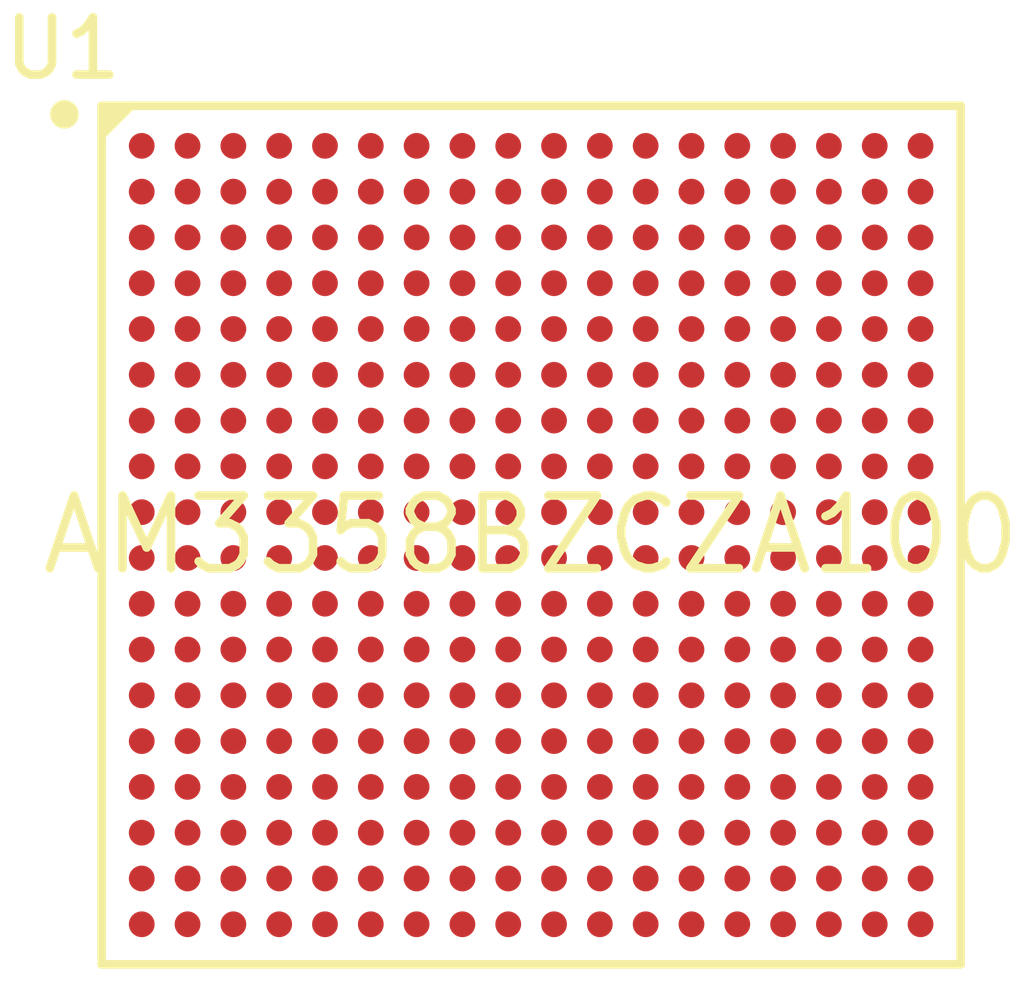
<source format=kicad_pcb>
(kicad_pcb (version 20211014) (generator pcbnew)
  (title_block (title "Mirror Mirror Off the Wall"))
  (layers (0 "F.Cu" signal) (31 "B.Cu" signal) (34 "B.Paste" user) (35 "F.Paste" user) (36 "B.SilkS" user "B.Silkscreen") (37 "F.SilkS" user "F.Silkscreen") (38 "B.Mask" user) (39 "F.Mask" user) (44 "Edge.Cuts" user))
  (net 0 "")
  (footprint "eec:Texas_Instruments-AM3358BZCZA100-Manufacturer_Recommended" (layer "F.Cu") (at 147.32 91.44)
    (fp_text reference "U1" (at -9.275 -8.499998) (layer "F.SilkS") (effects (justify left)))
    (fp_text value "AM3358BZCZA100" (at 0 0) (layer "F.SilkS") (effects (font (size 1.27 1.27))))
    (fp_line (start -7.5 7.5) (end -7.5 -7.5) (layer "F.SilkS") (width 0.15))
    (fp_line (start -7.5 -6.983882) (end -6.983882 -7.5) (layer "F.SilkS") (width 0.15))
    (fp_line (start -7.5 7.5) (end 7.5 7.5) (layer "F.SilkS") (width 0.15))
    (fp_line (start 7.5 7.5) (end 7.5 -7.5) (layer "F.SilkS") (width 0.15))
    (fp_line (start -7.5 -7.5) (end 7.5 -7.5) (layer "F.SilkS") (width 0.15))
    (fp_circle (center -8.149999 -7.349998) (end -8.024998 -7.349998) (layer "F.SilkS") (width 0.249999) (fill none))
    (fp_poly (pts (xy -6.983882 -7.5) (xy -7.5 -6.983882) (xy -7.5 -7.5)) (layer "F.SilkS") (width 0) (fill solid))
    (pad "A1" smd circle locked (at -6.799999 -6.799999) (size 0.449998 0.449998) (layers "F.Cu" "F.Paste" "F.Mask"))
    (pad "A2" smd circle locked (at -5.999998 -6.799999) (size 0.449998 0.449998) (layers "F.Cu" "F.Paste" "F.Mask"))
    (pad "A3" smd circle locked (at -5.2 -6.799999) (size 0.449998 0.449998) (layers "F.Cu" "F.Paste" "F.Mask"))
    (pad "A4" smd circle locked (at -4.399999 -6.799999) (size 0.449998 0.449998) (layers "F.Cu" "F.Paste" "F.Mask"))
    (pad "A5" smd circle locked (at -3.599998 -6.799999) (size 0.449998 0.449998) (layers "F.Cu" "F.Paste" "F.Mask"))
    (pad "A6" smd circle locked (at -2.799999 -6.799999) (size 0.449998 0.449998) (layers "F.Cu" "F.Paste" "F.Mask"))
    (pad "A7" smd circle locked (at -1.999999 -6.799999) (size 0.449998 0.449998) (layers "F.Cu" "F.Paste" "F.Mask"))
    (pad "A8" smd circle locked (at -1.2 -6.799999) (size 0.449998 0.449998) (layers "F.Cu" "F.Paste" "F.Mask"))
    (pad "A9" smd circle locked (at -0.399999 -6.799999) (size 0.449998 0.449998) (layers "F.Cu" "F.Paste" "F.Mask"))
    (pad "A10" smd circle locked (at 0.400002 -6.799999) (size 0.449998 0.449998) (layers "F.Cu" "F.Paste" "F.Mask"))
    (pad "A11" smd circle locked (at 1.2 -6.799999) (size 0.449998 0.449998) (layers "F.Cu" "F.Paste" "F.Mask"))
    (pad "A12" smd circle locked (at 2.000001 -6.799999) (size 0.449998 0.449998) (layers "F.Cu" "F.Paste" "F.Mask"))
    (pad "A13" smd circle locked (at 2.800002 -6.799999) (size 0.449998 0.449998) (layers "F.Cu" "F.Paste" "F.Mask"))
    (pad "A14" smd circle locked (at 3.6 -6.799999) (size 0.449998 0.449998) (layers "F.Cu" "F.Paste" "F.Mask"))
    (pad "A15" smd circle locked (at 4.400001 -6.799999) (size 0.449998 0.449998) (layers "F.Cu" "F.Paste" "F.Mask"))
    (pad "A16" smd circle locked (at 5.2 -6.799999) (size 0.449998 0.449998) (layers "F.Cu" "F.Paste" "F.Mask"))
    (pad "A17" smd circle locked (at 6.000001 -6.799999) (size 0.449998 0.449998) (layers "F.Cu" "F.Paste" "F.Mask"))
    (pad "A18" smd circle locked (at 6.800002 -6.799999) (size 0.449998 0.449998) (layers "F.Cu" "F.Paste" "F.Mask"))
    (pad "B1" smd circle locked (at -6.799999 -5.999998) (size 0.449998 0.449998) (layers "F.Cu" "F.Paste" "F.Mask"))
    (pad "B2" smd circle locked (at -5.999998 -5.999998) (size 0.449998 0.449998) (layers "F.Cu" "F.Paste" "F.Mask"))
    (pad "B3" smd circle locked (at -5.2 -5.999998) (size 0.449998 0.449998) (layers "F.Cu" "F.Paste" "F.Mask"))
    (pad "B4" smd circle locked (at -4.399999 -5.999998) (size 0.449998 0.449998) (layers "F.Cu" "F.Paste" "F.Mask"))
    (pad "B5" smd circle locked (at -3.599998 -5.999998) (size 0.449998 0.449998) (layers "F.Cu" "F.Paste" "F.Mask"))
    (pad "B6" smd circle locked (at -2.799999 -5.999998) (size 0.449998 0.449998) (layers "F.Cu" "F.Paste" "F.Mask"))
    (pad "B7" smd circle locked (at -1.999999 -5.999998) (size 0.449998 0.449998) (layers "F.Cu" "F.Paste" "F.Mask"))
    (pad "B8" smd circle locked (at -1.2 -5.999998) (size 0.449998 0.449998) (layers "F.Cu" "F.Paste" "F.Mask"))
    (pad "B9" smd circle locked (at -0.399999 -5.999998) (size 0.449998 0.449998) (layers "F.Cu" "F.Paste" "F.Mask"))
    (pad "B10" smd circle locked (at 0.400002 -5.999998) (size 0.449998 0.449998) (layers "F.Cu" "F.Paste" "F.Mask"))
    (pad "B11" smd circle locked (at 1.2 -5.999998) (size 0.449998 0.449998) (layers "F.Cu" "F.Paste" "F.Mask"))
    (pad "B12" smd circle locked (at 2.000001 -5.999998) (size 0.449998 0.449998) (layers "F.Cu" "F.Paste" "F.Mask"))
    (pad "B13" smd circle locked (at 2.800002 -5.999998) (size 0.449998 0.449998) (layers "F.Cu" "F.Paste" "F.Mask"))
    (pad "B14" smd circle locked (at 3.6 -5.999998) (size 0.449998 0.449998) (layers "F.Cu" "F.Paste" "F.Mask"))
    (pad "B15" smd circle locked (at 4.400001 -5.999998) (size 0.449998 0.449998) (layers "F.Cu" "F.Paste" "F.Mask"))
    (pad "B16" smd circle locked (at 5.2 -5.999998) (size 0.449998 0.449998) (layers "F.Cu" "F.Paste" "F.Mask"))
    (pad "B17" smd circle locked (at 6.000001 -5.999998) (size 0.449998 0.449998) (layers "F.Cu" "F.Paste" "F.Mask"))
    (pad "B18" smd circle locked (at 6.800002 -5.999998) (size 0.449998 0.449998) (layers "F.Cu" "F.Paste" "F.Mask"))
    (pad "C1" smd circle locked (at -6.799999 -5.2) (size 0.449998 0.449998) (layers "F.Cu" "F.Paste" "F.Mask"))
    (pad "C2" smd circle locked (at -5.999998 -5.2) (size 0.449998 0.449998) (layers "F.Cu" "F.Paste" "F.Mask"))
    (pad "C3" smd circle locked (at -5.2 -5.2) (size 0.449998 0.449998) (layers "F.Cu" "F.Paste" "F.Mask"))
    (pad "C4" smd circle locked (at -4.399999 -5.2) (size 0.449998 0.449998) (layers "F.Cu" "F.Paste" "F.Mask"))
    (pad "C5" smd circle locked (at -3.599998 -5.2) (size 0.449998 0.449998) (layers "F.Cu" "F.Paste" "F.Mask"))
    (pad "C6" smd circle locked (at -2.799999 -5.2) (size 0.449998 0.449998) (layers "F.Cu" "F.Paste" "F.Mask"))
    (pad "C7" smd circle locked (at -1.999999 -5.2) (size 0.449998 0.449998) (layers "F.Cu" "F.Paste" "F.Mask"))
    (pad "C8" smd circle locked (at -1.2 -5.2) (size 0.449998 0.449998) (layers "F.Cu" "F.Paste" "F.Mask"))
    (pad "C9" smd circle locked (at -0.399999 -5.2) (size 0.449998 0.449998) (layers "F.Cu" "F.Paste" "F.Mask"))
    (pad "C10" smd circle locked (at 0.400002 -5.2) (size 0.449998 0.449998) (layers "F.Cu" "F.Paste" "F.Mask"))
    (pad "C11" smd circle locked (at 1.2 -5.2) (size 0.449998 0.449998) (layers "F.Cu" "F.Paste" "F.Mask"))
    (pad "C12" smd circle locked (at 2.000001 -5.2) (size 0.449998 0.449998) (layers "F.Cu" "F.Paste" "F.Mask"))
    (pad "C13" smd circle locked (at 2.800002 -5.2) (size 0.449998 0.449998) (layers "F.Cu" "F.Paste" "F.Mask"))
    (pad "C14" smd circle locked (at 3.6 -5.2) (size 0.449998 0.449998) (layers "F.Cu" "F.Paste" "F.Mask"))
    (pad "C15" smd circle locked (at 4.400001 -5.2) (size 0.449998 0.449998) (layers "F.Cu" "F.Paste" "F.Mask"))
    (pad "C16" smd circle locked (at 5.2 -5.2) (size 0.449998 0.449998) (layers "F.Cu" "F.Paste" "F.Mask"))
    (pad "C17" smd circle locked (at 6.000001 -5.2) (size 0.449998 0.449998) (layers "F.Cu" "F.Paste" "F.Mask"))
    (pad "C18" smd circle locked (at 6.800002 -5.2) (size 0.449998 0.449998) (layers "F.Cu" "F.Paste" "F.Mask"))
    (pad "D1" smd circle locked (at -6.799999 -4.399999) (size 0.449998 0.449998) (layers "F.Cu" "F.Paste" "F.Mask"))
    (pad "D2" smd circle locked (at -5.999998 -4.399999) (size 0.449998 0.449998) (layers "F.Cu" "F.Paste" "F.Mask"))
    (pad "D3" smd circle locked (at -5.2 -4.399999) (size 0.449998 0.449998) (layers "F.Cu" "F.Paste" "F.Mask"))
    (pad "D4" smd circle locked (at -4.399999 -4.399999) (size 0.449998 0.449998) (layers "F.Cu" "F.Paste" "F.Mask"))
    (pad "D5" smd circle locked (at -3.599998 -4.399999) (size 0.449998 0.449998) (layers "F.Cu" "F.Paste" "F.Mask"))
    (pad "D6" smd circle locked (at -2.799999 -4.399999) (size 0.449998 0.449998) (layers "F.Cu" "F.Paste" "F.Mask"))
    (pad "D7" smd circle locked (at -1.999999 -4.399999) (size 0.449998 0.449998) (layers "F.Cu" "F.Paste" "F.Mask"))
    (pad "D8" smd circle locked (at -1.2 -4.399999) (size 0.449998 0.449998) (layers "F.Cu" "F.Paste" "F.Mask"))
    (pad "D9" smd circle locked (at -0.399999 -4.399999) (size 0.449998 0.449998) (layers "F.Cu" "F.Paste" "F.Mask"))
    (pad "D10" smd circle locked (at 0.400002 -4.399999) (size 0.449998 0.449998) (layers "F.Cu" "F.Paste" "F.Mask"))
    (pad "D11" smd circle locked (at 1.2 -4.399999) (size 0.449998 0.449998) (layers "F.Cu" "F.Paste" "F.Mask"))
    (pad "D12" smd circle locked (at 2.000001 -4.399999) (size 0.449998 0.449998) (layers "F.Cu" "F.Paste" "F.Mask"))
    (pad "D13" smd circle locked (at 2.800002 -4.399999) (size 0.449998 0.449998) (layers "F.Cu" "F.Paste" "F.Mask"))
    (pad "D14" smd circle locked (at 3.6 -4.399999) (size 0.449998 0.449998) (layers "F.Cu" "F.Paste" "F.Mask"))
    (pad "D15" smd circle locked (at 4.400001 -4.399999) (size 0.449998 0.449998) (layers "F.Cu" "F.Paste" "F.Mask"))
    (pad "D16" smd circle locked (at 5.2 -4.399999) (size 0.449998 0.449998) (layers "F.Cu" "F.Paste" "F.Mask"))
    (pad "D17" smd circle locked (at 6.000001 -4.399999) (size 0.449998 0.449998) (layers "F.Cu" "F.Paste" "F.Mask"))
    (pad "D18" smd circle locked (at 6.800002 -4.399999) (size 0.449998 0.449998) (layers "F.Cu" "F.Paste" "F.Mask"))
    (pad "E1" smd circle locked (at -6.799999 -3.599998) (size 0.449998 0.449998) (layers "F.Cu" "F.Paste" "F.Mask"))
    (pad "E2" smd circle locked (at -5.999998 -3.599998) (size 0.449998 0.449998) (layers "F.Cu" "F.Paste" "F.Mask"))
    (pad "E3" smd circle locked (at -5.2 -3.599998) (size 0.449998 0.449998) (layers "F.Cu" "F.Paste" "F.Mask"))
    (pad "E4" smd circle locked (at -4.399999 -3.599998) (size 0.449998 0.449998) (layers "F.Cu" "F.Paste" "F.Mask"))
    (pad "E5" smd circle locked (at -3.599998 -3.599998) (size 0.449998 0.449998) (layers "F.Cu" "F.Paste" "F.Mask"))
    (pad "E6" smd circle locked (at -2.799999 -3.599998) (size 0.449998 0.449998) (layers "F.Cu" "F.Paste" "F.Mask"))
    (pad "E7" smd circle locked (at -1.999999 -3.599998) (size 0.449998 0.449998) (layers "F.Cu" "F.Paste" "F.Mask"))
    (pad "E8" smd circle locked (at -1.2 -3.599998) (size 0.449998 0.449998) (layers "F.Cu" "F.Paste" "F.Mask"))
    (pad "E9" smd circle locked (at -0.399999 -3.599998) (size 0.449998 0.449998) (layers "F.Cu" "F.Paste" "F.Mask"))
    (pad "E10" smd circle locked (at 0.400002 -3.599998) (size 0.449998 0.449998) (layers "F.Cu" "F.Paste" "F.Mask"))
    (pad "E11" smd circle locked (at 1.2 -3.599998) (size 0.449998 0.449998) (layers "F.Cu" "F.Paste" "F.Mask"))
    (pad "E12" smd circle locked (at 2.000001 -3.599998) (size 0.449998 0.449998) (layers "F.Cu" "F.Paste" "F.Mask"))
    (pad "E13" smd circle locked (at 2.800002 -3.599998) (size 0.449998 0.449998) (layers "F.Cu" "F.Paste" "F.Mask"))
    (pad "E14" smd circle locked (at 3.6 -3.599998) (size 0.449998 0.449998) (layers "F.Cu" "F.Paste" "F.Mask"))
    (pad "E15" smd circle locked (at 4.400001 -3.599998) (size 0.449998 0.449998) (layers "F.Cu" "F.Paste" "F.Mask"))
    (pad "E16" smd circle locked (at 5.2 -3.599998) (size 0.449998 0.449998) (layers "F.Cu" "F.Paste" "F.Mask"))
    (pad "E17" smd circle locked (at 6.000001 -3.599998) (size 0.449998 0.449998) (layers "F.Cu" "F.Paste" "F.Mask"))
    (pad "E18" smd circle locked (at 6.800002 -3.599998) (size 0.449998 0.449998) (layers "F.Cu" "F.Paste" "F.Mask"))
    (pad "F1" smd circle locked (at -6.799999 -2.799999) (size 0.449998 0.449998) (layers "F.Cu" "F.Paste" "F.Mask"))
    (pad "F2" smd circle locked (at -5.999998 -2.799999) (size 0.449998 0.449998) (layers "F.Cu" "F.Paste" "F.Mask"))
    (pad "F3" smd circle locked (at -5.2 -2.799999) (size 0.449998 0.449998) (layers "F.Cu" "F.Paste" "F.Mask"))
    (pad "F4" smd circle locked (at -4.399999 -2.799999) (size 0.449998 0.449998) (layers "F.Cu" "F.Paste" "F.Mask"))
    (pad "F5" smd circle locked (at -3.599998 -2.799999) (size 0.449998 0.449998) (layers "F.Cu" "F.Paste" "F.Mask"))
    (pad "F6" smd circle locked (at -2.799999 -2.799999) (size 0.449998 0.449998) (layers "F.Cu" "F.Paste" "F.Mask"))
    (pad "F7" smd circle locked (at -1.999999 -2.799999) (size 0.449998 0.449998) (layers "F.Cu" "F.Paste" "F.Mask"))
    (pad "F8" smd circle locked (at -1.2 -2.799999) (size 0.449998 0.449998) (layers "F.Cu" "F.Paste" "F.Mask"))
    (pad "F9" smd circle locked (at -0.399999 -2.799999) (size 0.449998 0.449998) (layers "F.Cu" "F.Paste" "F.Mask"))
    (pad "F10" smd circle locked (at 0.400002 -2.799999) (size 0.449998 0.449998) (layers "F.Cu" "F.Paste" "F.Mask"))
    (pad "F11" smd circle locked (at 1.2 -2.799999) (size 0.449998 0.449998) (layers "F.Cu" "F.Paste" "F.Mask"))
    (pad "F12" smd circle locked (at 2.000001 -2.799999) (size 0.449998 0.449998) (layers "F.Cu" "F.Paste" "F.Mask"))
    (pad "F13" smd circle locked (at 2.800002 -2.799999) (size 0.449998 0.449998) (layers "F.Cu" "F.Paste" "F.Mask"))
    (pad "F14" smd circle locked (at 3.6 -2.799999) (size 0.449998 0.449998) (layers "F.Cu" "F.Paste" "F.Mask"))
    (pad "F15" smd circle locked (at 4.400001 -2.799999) (size 0.449998 0.449998) (layers "F.Cu" "F.Paste" "F.Mask"))
    (pad "F16" smd circle locked (at 5.2 -2.799999) (size 0.449998 0.449998) (layers "F.Cu" "F.Paste" "F.Mask"))
    (pad "F17" smd circle locked (at 6.000001 -2.799999) (size 0.449998 0.449998) (layers "F.Cu" "F.Paste" "F.Mask"))
    (pad "F18" smd circle locked (at 6.800002 -2.799999) (size 0.449998 0.449998) (layers "F.Cu" "F.Paste" "F.Mask"))
    (pad "G1" smd circle locked (at -6.799999 -1.999999) (size 0.449998 0.449998) (layers "F.Cu" "F.Paste" "F.Mask"))
    (pad "G2" smd circle locked (at -5.999998 -1.999999) (size 0.449998 0.449998) (layers "F.Cu" "F.Paste" "F.Mask"))
    (pad "G3" smd circle locked (at -5.2 -1.999999) (size 0.449998 0.449998) (layers "F.Cu" "F.Paste" "F.Mask"))
    (pad "G4" smd circle locked (at -4.399999 -1.999999) (size 0.449998 0.449998) (layers "F.Cu" "F.Paste" "F.Mask"))
    (pad "G5" smd circle locked (at -3.599998 -1.999999) (size 0.449998 0.449998) (layers "F.Cu" "F.Paste" "F.Mask"))
    (pad "G6" smd circle locked (at -2.799999 -1.999999) (size 0.449998 0.449998) (layers "F.Cu" "F.Paste" "F.Mask"))
    (pad "G7" smd circle locked (at -1.999999 -1.999999) (size 0.449998 0.449998) (layers "F.Cu" "F.Paste" "F.Mask"))
    (pad "G8" smd circle locked (at -1.2 -1.999999) (size 0.449998 0.449998) (layers "F.Cu" "F.Paste" "F.Mask"))
    (pad "G9" smd circle locked (at -0.399999 -1.999999) (size 0.449998 0.449998) (layers "F.Cu" "F.Paste" "F.Mask"))
    (pad "G10" smd circle locked (at 0.400002 -1.999999) (size 0.449998 0.449998) (layers "F.Cu" "F.Paste" "F.Mask"))
    (pad "G11" smd circle locked (at 1.2 -1.999999) (size 0.449998 0.449998) (layers "F.Cu" "F.Paste" "F.Mask"))
    (pad "G12" smd circle locked (at 2.000001 -1.999999) (size 0.449998 0.449998) (layers "F.Cu" "F.Paste" "F.Mask"))
    (pad "G13" smd circle locked (at 2.800002 -1.999999) (size 0.449998 0.449998) (layers "F.Cu" "F.Paste" "F.Mask"))
    (pad "G14" smd circle locked (at 3.6 -1.999999) (size 0.449998 0.449998) (layers "F.Cu" "F.Paste" "F.Mask"))
    (pad "G15" smd circle locked (at 4.400001 -1.999999) (size 0.449998 0.449998) (layers "F.Cu" "F.Paste" "F.Mask"))
    (pad "G16" smd circle locked (at 5.2 -1.999999) (size 0.449998 0.449998) (layers "F.Cu" "F.Paste" "F.Mask"))
    (pad "G17" smd circle locked (at 6.000001 -1.999999) (size 0.449998 0.449998) (layers "F.Cu" "F.Paste" "F.Mask"))
    (pad "G18" smd circle locked (at 6.800002 -1.999999) (size 0.449998 0.449998) (layers "F.Cu" "F.Paste" "F.Mask"))
    (pad "H1" smd circle locked (at -6.799999 -1.2) (size 0.449998 0.449998) (layers "F.Cu" "F.Paste" "F.Mask"))
    (pad "H2" smd circle locked (at -5.999998 -1.2) (size 0.449998 0.449998) (layers "F.Cu" "F.Paste" "F.Mask"))
    (pad "H3" smd circle locked (at -5.2 -1.2) (size 0.449998 0.449998) (layers "F.Cu" "F.Paste" "F.Mask"))
    (pad "H4" smd circle locked (at -4.399999 -1.2) (size 0.449998 0.449998) (layers "F.Cu" "F.Paste" "F.Mask"))
    (pad "H5" smd circle locked (at -3.599998 -1.2) (size 0.449998 0.449998) (layers "F.Cu" "F.Paste" "F.Mask"))
    (pad "H6" smd circle locked (at -2.799999 -1.2) (size 0.449998 0.449998) (layers "F.Cu" "F.Paste" "F.Mask"))
    (pad "H7" smd circle locked (at -1.999999 -1.2) (size 0.449998 0.449998) (layers "F.Cu" "F.Paste" "F.Mask"))
    (pad "H8" smd circle locked (at -1.2 -1.2) (size 0.449998 0.449998) (layers "F.Cu" "F.Paste" "F.Mask"))
    (pad "H9" smd circle locked (at -0.399999 -1.2) (size 0.449998 0.449998) (layers "F.Cu" "F.Paste" "F.Mask"))
    (pad "H10" smd circle locked (at 0.400002 -1.2) (size 0.449998 0.449998) (layers "F.Cu" "F.Paste" "F.Mask"))
    (pad "H11" smd circle locked (at 1.2 -1.2) (size 0.449998 0.449998) (layers "F.Cu" "F.Paste" "F.Mask"))
    (pad "H12" smd circle locked (at 2.000001 -1.2) (size 0.449998 0.449998) (layers "F.Cu" "F.Paste" "F.Mask"))
    (pad "H13" smd circle locked (at 2.800002 -1.2) (size 0.449998 0.449998) (layers "F.Cu" "F.Paste" "F.Mask"))
    (pad "H14" smd circle locked (at 3.6 -1.2) (size 0.449998 0.449998) (layers "F.Cu" "F.Paste" "F.Mask"))
    (pad "H15" smd circle locked (at 4.400001 -1.2) (size 0.449998 0.449998) (layers "F.Cu" "F.Paste" "F.Mask"))
    (pad "H16" smd circle locked (at 5.2 -1.2) (size 0.449998 0.449998) (layers "F.Cu" "F.Paste" "F.Mask"))
    (pad "H17" smd circle locked (at 6.000001 -1.2) (size 0.449998 0.449998) (layers "F.Cu" "F.Paste" "F.Mask"))
    (pad "H18" smd circle locked (at 6.800002 -1.2) (size 0.449998 0.449998) (layers "F.Cu" "F.Paste" "F.Mask"))
    (pad "J1" smd circle locked (at -6.799999 -0.399999) (size 0.449998 0.449998) (layers "F.Cu" "F.Paste" "F.Mask"))
    (pad "J2" smd circle locked (at -5.999998 -0.399999) (size 0.449998 0.449998) (layers "F.Cu" "F.Paste" "F.Mask"))
    (pad "J3" smd circle locked (at -5.2 -0.399999) (size 0.449998 0.449998) (layers "F.Cu" "F.Paste" "F.Mask"))
    (pad "J4" smd circle locked (at -4.399999 -0.399999) (size 0.449998 0.449998) (layers "F.Cu" "F.Paste" "F.Mask"))
    (pad "J5" smd circle locked (at -3.599998 -0.399999) (size 0.449998 0.449998) (layers "F.Cu" "F.Paste" "F.Mask"))
    (pad "J6" smd circle locked (at -2.799999 -0.399999) (size 0.449998 0.449998) (layers "F.Cu" "F.Paste" "F.Mask"))
    (pad "J7" smd circle locked (at -1.999999 -0.399999) (size 0.449998 0.449998) (layers "F.Cu" "F.Paste" "F.Mask"))
    (pad "J8" smd circle locked (at -1.2 -0.399999) (size 0.449998 0.449998) (layers "F.Cu" "F.Paste" "F.Mask"))
    (pad "J9" smd circle locked (at -0.399999 -0.399999) (size 0.449998 0.449998) (layers "F.Cu" "F.Paste" "F.Mask"))
    (pad "J10" smd circle locked (at 0.400002 -0.399999) (size 0.449998 0.449998) (layers "F.Cu" "F.Paste" "F.Mask"))
    (pad "J11" smd circle locked (at 1.2 -0.399999) (size 0.449998 0.449998) (layers "F.Cu" "F.Paste" "F.Mask"))
    (pad "J12" smd circle locked (at 2.000001 -0.399999) (size 0.449998 0.449998) (layers "F.Cu" "F.Paste" "F.Mask"))
    (pad "J13" smd circle locked (at 2.800002 -0.399999) (size 0.449998 0.449998) (layers "F.Cu" "F.Paste" "F.Mask"))
    (pad "J14" smd circle locked (at 3.6 -0.399999) (size 0.449998 0.449998) (layers "F.Cu" "F.Paste" "F.Mask"))
    (pad "J15" smd circle locked (at 4.400001 -0.399999) (size 0.449998 0.449998) (layers "F.Cu" "F.Paste" "F.Mask"))
    (pad "J16" smd circle locked (at 5.2 -0.399999) (size 0.449998 0.449998) (layers "F.Cu" "F.Paste" "F.Mask"))
    (pad "J17" smd circle locked (at 6.000001 -0.399999) (size 0.449998 0.449998) (layers "F.Cu" "F.Paste" "F.Mask"))
    (pad "J18" smd circle locked (at 6.800002 -0.399999) (size 0.449998 0.449998) (layers "F.Cu" "F.Paste" "F.Mask"))
    (pad "K1" smd circle locked (at -6.799999 0.400002) (size 0.449998 0.449998) (layers "F.Cu" "F.Paste" "F.Mask"))
    (pad "K2" smd circle locked (at -5.999998 0.400002) (size 0.449998 0.449998) (layers "F.Cu" "F.Paste" "F.Mask"))
    (pad "K3" smd circle locked (at -5.2 0.400002) (size 0.449998 0.449998) (layers "F.Cu" "F.Paste" "F.Mask"))
    (pad "K4" smd circle locked (at -4.399999 0.400002) (size 0.449998 0.449998) (layers "F.Cu" "F.Paste" "F.Mask"))
    (pad "K5" smd circle locked (at -3.599998 0.400002) (size 0.449998 0.449998) (layers "F.Cu" "F.Paste" "F.Mask"))
    (pad "K6" smd circle locked (at -2.799999 0.400002) (size 0.449998 0.449998) (layers "F.Cu" "F.Paste" "F.Mask"))
    (pad "K7" smd circle locked (at -1.999999 0.400002) (size 0.449998 0.449998) (layers "F.Cu" "F.Paste" "F.Mask"))
    (pad "K8" smd circle locked (at -1.2 0.400002) (size 0.449998 0.449998) (layers "F.Cu" "F.Paste" "F.Mask"))
    (pad "K9" smd circle locked (at -0.399999 0.400002) (size 0.449998 0.449998) (layers "F.Cu" "F.Paste" "F.Mask"))
    (pad "K10" smd circle locked (at 0.400002 0.400002) (size 0.449998 0.449998) (layers "F.Cu" "F.Paste" "F.Mask"))
    (pad "K11" smd circle locked (at 1.2 0.400002) (size 0.449998 0.449998) (layers "F.Cu" "F.Paste" "F.Mask"))
    (pad "K12" smd circle locked (at 2.000001 0.400002) (size 0.449998 0.449998) (layers "F.Cu" "F.Paste" "F.Mask"))
    (pad "K13" smd circle locked (at 2.800002 0.400002) (size 0.449998 0.449998) (layers "F.Cu" "F.Paste" "F.Mask"))
    (pad "K14" smd circle locked (at 3.6 0.400002) (size 0.449998 0.449998) (layers "F.Cu" "F.Paste" "F.Mask"))
    (pad "K15" smd circle locked (at 4.400001 0.400002) (size 0.449998 0.449998) (layers "F.Cu" "F.Paste" "F.Mask"))
    (pad "K16" smd circle locked (at 5.2 0.400002) (size 0.449998 0.449998) (layers "F.Cu" "F.Paste" "F.Mask"))
    (pad "K17" smd circle locked (at 6.000001 0.400002) (size 0.449998 0.449998) (layers "F.Cu" "F.Paste" "F.Mask"))
    (pad "K18" smd circle locked (at 6.800002 0.400002) (size 0.449998 0.449998) (layers "F.Cu" "F.Paste" "F.Mask"))
    (pad "L1" smd circle locked (at -6.799999 1.2) (size 0.449998 0.449998) (layers "F.Cu" "F.Paste" "F.Mask"))
    (pad "L2" smd circle locked (at -5.999998 1.2) (size 0.449998 0.449998) (layers "F.Cu" "F.Paste" "F.Mask"))
    (pad "L3" smd circle locked (at -5.2 1.2) (size 0.449998 0.449998) (layers "F.Cu" "F.Paste" "F.Mask"))
    (pad "L4" smd circle locked (at -4.399999 1.2) (size 0.449998 0.449998) (layers "F.Cu" "F.Paste" "F.Mask"))
    (pad "L5" smd circle locked (at -3.599998 1.2) (size 0.449998 0.449998) (layers "F.Cu" "F.Paste" "F.Mask"))
    (pad "L6" smd circle locked (at -2.799999 1.2) (size 0.449998 0.449998) (layers "F.Cu" "F.Paste" "F.Mask"))
    (pad "L7" smd circle locked (at -1.999999 1.2) (size 0.449998 0.449998) (layers "F.Cu" "F.Paste" "F.Mask"))
    (pad "L8" smd circle locked (at -1.2 1.2) (size 0.449998 0.449998) (layers "F.Cu" "F.Paste" "F.Mask"))
    (pad "L9" smd circle locked (at -0.399999 1.2) (size 0.449998 0.449998) (layers "F.Cu" "F.Paste" "F.Mask"))
    (pad "L10" smd circle locked (at 0.400002 1.2) (size 0.449998 0.449998) (layers "F.Cu" "F.Paste" "F.Mask"))
    (pad "L11" smd circle locked (at 1.2 1.2) (size 0.449998 0.449998) (layers "F.Cu" "F.Paste" "F.Mask"))
    (pad "L12" smd circle locked (at 2.000001 1.2) (size 0.449998 0.449998) (layers "F.Cu" "F.Paste" "F.Mask"))
    (pad "L13" smd circle locked (at 2.800002 1.2) (size 0.449998 0.449998) (layers "F.Cu" "F.Paste" "F.Mask"))
    (pad "L14" smd circle locked (at 3.6 1.2) (size 0.449998 0.449998) (layers "F.Cu" "F.Paste" "F.Mask"))
    (pad "L15" smd circle locked (at 4.400001 1.2) (size 0.449998 0.449998) (layers "F.Cu" "F.Paste" "F.Mask"))
    (pad "L16" smd circle locked (at 5.2 1.2) (size 0.449998 0.449998) (layers "F.Cu" "F.Paste" "F.Mask"))
    (pad "L17" smd circle locked (at 6.000001 1.2) (size 0.449998 0.449998) (layers "F.Cu" "F.Paste" "F.Mask"))
    (pad "L18" smd circle locked (at 6.800002 1.2) (size 0.449998 0.449998) (layers "F.Cu" "F.Paste" "F.Mask"))
    (pad "M1" smd circle locked (at -6.799999 2.000001) (size 0.449998 0.449998) (layers "F.Cu" "F.Paste" "F.Mask"))
    (pad "M2" smd circle locked (at -5.999998 2.000001) (size 0.449998 0.449998) (layers "F.Cu" "F.Paste" "F.Mask"))
    (pad "M3" smd circle locked (at -5.2 2.000001) (size 0.449998 0.449998) (layers "F.Cu" "F.Paste" "F.Mask"))
    (pad "M4" smd circle locked (at -4.399999 2.000001) (size 0.449998 0.449998) (layers "F.Cu" "F.Paste" "F.Mask"))
    (pad "M5" smd circle locked (at -3.599998 2.000001) (size 0.449998 0.449998) (layers "F.Cu" "F.Paste" "F.Mask"))
    (pad "M6" smd circle locked (at -2.799999 2.000001) (size 0.449998 0.449998) (layers "F.Cu" "F.Paste" "F.Mask"))
    (pad "M7" smd circle locked (at -1.999999 2.000001) (size 0.449998 0.449998) (layers "F.Cu" "F.Paste" "F.Mask"))
    (pad "M8" smd circle locked (at -1.2 2.000001) (size 0.449998 0.449998) (layers "F.Cu" "F.Paste" "F.Mask"))
    (pad "M9" smd circle locked (at -0.399999 2.000001) (size 0.449998 0.449998) (layers "F.Cu" "F.Paste" "F.Mask"))
    (pad "M10" smd circle locked (at 0.400002 2.000001) (size 0.449998 0.449998) (layers "F.Cu" "F.Paste" "F.Mask"))
    (pad "M11" smd circle locked (at 1.2 2.000001) (size 0.449998 0.449998) (layers "F.Cu" "F.Paste" "F.Mask"))
    (pad "M12" smd circle locked (at 2.000001 2.000001) (size 0.449998 0.449998) (layers "F.Cu" "F.Paste" "F.Mask"))
    (pad "M13" smd circle locked (at 2.800002 2.000001) (size 0.449998 0.449998) (layers "F.Cu" "F.Paste" "F.Mask"))
    (pad "M14" smd circle locked (at 3.6 2.000001) (size 0.449998 0.449998) (layers "F.Cu" "F.Paste" "F.Mask"))
    (pad "M15" smd circle locked (at 4.400001 2.000001) (size 0.449998 0.449998) (layers "F.Cu" "F.Paste" "F.Mask"))
    (pad "M16" smd circle locked (at 5.2 2.000001) (size 0.449998 0.449998) (layers "F.Cu" "F.Paste" "F.Mask"))
    (pad "M17" smd circle locked (at 6.000001 2.000001) (size 0.449998 0.449998) (layers "F.Cu" "F.Paste" "F.Mask"))
    (pad "M18" smd circle locked (at 6.800002 2.000001) (size 0.449998 0.449998) (layers "F.Cu" "F.Paste" "F.Mask"))
    (pad "N1" smd circle locked (at -6.799999 2.800002) (size 0.449998 0.449998) (layers "F.Cu" "F.Paste" "F.Mask"))
    (pad "N2" smd circle locked (at -5.999998 2.800002) (size 0.449998 0.449998) (layers "F.Cu" "F.Paste" "F.Mask"))
    (pad "N3" smd circle locked (at -5.2 2.800002) (size 0.449998 0.449998) (layers "F.Cu" "F.Paste" "F.Mask"))
    (pad "N4" smd circle locked (at -4.399999 2.800002) (size 0.449998 0.449998) (layers "F.Cu" "F.Paste" "F.Mask"))
    (pad "N5" smd circle locked (at -3.599998 2.800002) (size 0.449998 0.449998) (layers "F.Cu" "F.Paste" "F.Mask"))
    (pad "N6" smd circle locked (at -2.799999 2.800002) (size 0.449998 0.449998) (layers "F.Cu" "F.Paste" "F.Mask"))
    (pad "N7" smd circle locked (at -1.999999 2.800002) (size 0.449998 0.449998) (layers "F.Cu" "F.Paste" "F.Mask"))
    (pad "N8" smd circle locked (at -1.2 2.800002) (size 0.449998 0.449998) (layers "F.Cu" "F.Paste" "F.Mask"))
    (pad "N9" smd circle locked (at -0.399999 2.800002) (size 0.449998 0.449998) (layers "F.Cu" "F.Paste" "F.Mask"))
    (pad "N10" smd circle locked (at 0.400002 2.800002) (size 0.449998 0.449998) (layers "F.Cu" "F.Paste" "F.Mask"))
    (pad "N11" smd circle locked (at 1.2 2.800002) (size 0.449998 0.449998) (layers "F.Cu" "F.Paste" "F.Mask"))
    (pad "N12" smd circle locked (at 2.000001 2.800002) (size 0.449998 0.449998) (layers "F.Cu" "F.Paste" "F.Mask"))
    (pad "N13" smd circle locked (at 2.800002 2.800002) (size 0.449998 0.449998) (layers "F.Cu" "F.Paste" "F.Mask"))
    (pad "N14" smd circle locked (at 3.6 2.800002) (size 0.449998 0.449998) (layers "F.Cu" "F.Paste" "F.Mask"))
    (pad "N15" smd circle locked (at 4.400001 2.800002) (size 0.449998 0.449998) (layers "F.Cu" "F.Paste" "F.Mask"))
    (pad "N16" smd circle locked (at 5.2 2.800002) (size 0.449998 0.449998) (layers "F.Cu" "F.Paste" "F.Mask"))
    (pad "N17" smd circle locked (at 6.000001 2.800002) (size 0.449998 0.449998) (layers "F.Cu" "F.Paste" "F.Mask"))
    (pad "N18" smd circle locked (at 6.800002 2.800002) (size 0.449998 0.449998) (layers "F.Cu" "F.Paste" "F.Mask"))
    (pad "P1" smd circle locked (at -6.799999 3.6) (size 0.449998 0.449998) (layers "F.Cu" "F.Paste" "F.Mask"))
    (pad "P2" smd circle locked (at -5.999998 3.6) (size 0.449998 0.449998) (layers "F.Cu" "F.Paste" "F.Mask"))
    (pad "P3" smd circle locked (at -5.2 3.6) (size 0.449998 0.449998) (layers "F.Cu" "F.Paste" "F.Mask"))
    (pad "P4" smd circle locked (at -4.399999 3.6) (size 0.449998 0.449998) (layers "F.Cu" "F.Paste" "F.Mask"))
    (pad "P5" smd circle locked (at -3.599998 3.6) (size 0.449998 0.449998) (layers "F.Cu" "F.Paste" "F.Mask"))
    (pad "P6" smd circle locked (at -2.799999 3.6) (size 0.449998 0.449998) (layers "F.Cu" "F.Paste" "F.Mask"))
    (pad "P7" smd circle locked (at -1.999999 3.6) (size 0.449998 0.449998) (layers "F.Cu" "F.Paste" "F.Mask"))
    (pad "P8" smd circle locked (at -1.2 3.6) (size 0.449998 0.449998) (layers "F.Cu" "F.Paste" "F.Mask"))
    (pad "P9" smd circle locked (at -0.399999 3.6) (size 0.449998 0.449998) (layers "F.Cu" "F.Paste" "F.Mask"))
    (pad "P10" smd circle locked (at 0.400002 3.6) (size 0.449998 0.449998) (layers "F.Cu" "F.Paste" "F.Mask"))
    (pad "P11" smd circle locked (at 1.2 3.6) (size 0.449998 0.449998) (layers "F.Cu" "F.Paste" "F.Mask"))
    (pad "P12" smd circle locked (at 2.000001 3.6) (size 0.449998 0.449998) (layers "F.Cu" "F.Paste" "F.Mask"))
    (pad "P13" smd circle locked (at 2.800002 3.6) (size 0.449998 0.449998) (layers "F.Cu" "F.Paste" "F.Mask"))
    (pad "P14" smd circle locked (at 3.6 3.6) (size 0.449998 0.449998) (layers "F.Cu" "F.Paste" "F.Mask"))
    (pad "P15" smd circle locked (at 4.400001 3.6) (size 0.449998 0.449998) (layers "F.Cu" "F.Paste" "F.Mask"))
    (pad "P16" smd circle locked (at 5.2 3.6) (size 0.449998 0.449998) (layers "F.Cu" "F.Paste" "F.Mask"))
    (pad "P17" smd circle locked (at 6.000001 3.6) (size 0.449998 0.449998) (layers "F.Cu" "F.Paste" "F.Mask"))
    (pad "P18" smd circle locked (at 6.800002 3.6) (size 0.449998 0.449998) (layers "F.Cu" "F.Paste" "F.Mask"))
    (pad "R1" smd circle locked (at -6.799999 4.400001) (size 0.449998 0.449998) (layers "F.Cu" "F.Paste" "F.Mask"))
    (pad "R2" smd circle locked (at -5.999998 4.400001) (size 0.449998 0.449998) (layers "F.Cu" "F.Paste" "F.Mask"))
    (pad "R3" smd circle locked (at -5.2 4.400001) (size 0.449998 0.449998) (layers "F.Cu" "F.Paste" "F.Mask"))
    (pad "R4" smd circle locked (at -4.399999 4.400001) (size 0.449998 0.449998) (layers "F.Cu" "F.Paste" "F.Mask"))
    (pad "R5" smd circle locked (at -3.599998 4.400001) (size 0.449998 0.449998) (layers "F.Cu" "F.Paste" "F.Mask"))
    (pad "R6" smd circle locked (at -2.799999 4.400001) (size 0.449998 0.449998) (layers "F.Cu" "F.Paste" "F.Mask"))
    (pad "R7" smd circle locked (at -1.999999 4.400001) (size 0.449998 0.449998) (layers "F.Cu" "F.Paste" "F.Mask"))
    (pad "R8" smd circle locked (at -1.2 4.400001) (size 0.449998 0.449998) (layers "F.Cu" "F.Paste" "F.Mask"))
    (pad "R9" smd circle locked (at -0.399999 4.400001) (size 0.449998 0.449998) (layers "F.Cu" "F.Paste" "F.Mask"))
    (pad "R10" smd circle locked (at 0.400002 4.400001) (size 0.449998 0.449998) (layers "F.Cu" "F.Paste" "F.Mask"))
    (pad "R11" smd circle locked (at 1.2 4.400001) (size 0.449998 0.449998) (layers "F.Cu" "F.Paste" "F.Mask"))
    (pad "R12" smd circle locked (at 2.000001 4.400001) (size 0.449998 0.449998) (layers "F.Cu" "F.Paste" "F.Mask"))
    (pad "R13" smd circle locked (at 2.800002 4.400001) (size 0.449998 0.449998) (layers "F.Cu" "F.Paste" "F.Mask"))
    (pad "R14" smd circle locked (at 3.6 4.400001) (size 0.449998 0.449998) (layers "F.Cu" "F.Paste" "F.Mask"))
    (pad "R15" smd circle locked (at 4.400001 4.400001) (size 0.449998 0.449998) (layers "F.Cu" "F.Paste" "F.Mask"))
    (pad "R16" smd circle locked (at 5.2 4.400001) (size 0.449998 0.449998) (layers "F.Cu" "F.Paste" "F.Mask"))
    (pad "R17" smd circle locked (at 6.000001 4.400001) (size 0.449998 0.449998) (layers "F.Cu" "F.Paste" "F.Mask"))
    (pad "R18" smd circle locked (at 6.800002 4.400001) (size 0.449998 0.449998) (layers "F.Cu" "F.Paste" "F.Mask"))
    (pad "T1" smd circle locked (at -6.799999 5.2) (size 0.449998 0.449998) (layers "F.Cu" "F.Paste" "F.Mask"))
    (pad "T2" smd circle locked (at -5.999998 5.2) (size 0.449998 0.449998) (layers "F.Cu" "F.Paste" "F.Mask"))
    (pad "T3" smd circle locked (at -5.2 5.2) (size 0.449998 0.449998) (layers "F.Cu" "F.Paste" "F.Mask"))
    (pad "T4" smd circle locked (at -4.399999 5.2) (size 0.449998 0.449998) (layers "F.Cu" "F.Paste" "F.Mask"))
    (pad "T5" smd circle locked (at -3.599998 5.2) (size 0.449998 0.449998) (layers "F.Cu" "F.Paste" "F.Mask"))
    (pad "T6" smd circle locked (at -2.799999 5.2) (size 0.449998 0.449998) (layers "F.Cu" "F.Paste" "F.Mask"))
    (pad "T7" smd circle locked (at -1.999999 5.2) (size 0.449998 0.449998) (layers "F.Cu" "F.Paste" "F.Mask"))
    (pad "T8" smd circle locked (at -1.2 5.2) (size 0.449998 0.449998) (layers "F.Cu" "F.Paste" "F.Mask"))
    (pad "T9" smd circle locked (at -0.399999 5.2) (size 0.449998 0.449998) (layers "F.Cu" "F.Paste" "F.Mask"))
    (pad "T10" smd circle locked (at 0.400002 5.2) (size 0.449998 0.449998) (layers "F.Cu" "F.Paste" "F.Mask"))
    (pad "T11" smd circle locked (at 1.2 5.2) (size 0.449998 0.449998) (layers "F.Cu" "F.Paste" "F.Mask"))
    (pad "T12" smd circle locked (at 2.000001 5.2) (size 0.449998 0.449998) (layers "F.Cu" "F.Paste" "F.Mask"))
    (pad "T13" smd circle locked (at 2.800002 5.2) (size 0.449998 0.449998) (layers "F.Cu" "F.Paste" "F.Mask"))
    (pad "T14" smd circle locked (at 3.6 5.2) (size 0.449998 0.449998) (layers "F.Cu" "F.Paste" "F.Mask"))
    (pad "T15" smd circle locked (at 4.400001 5.2) (size 0.449998 0.449998) (layers "F.Cu" "F.Paste" "F.Mask"))
    (pad "T16" smd circle locked (at 5.2 5.2) (size 0.449998 0.449998) (layers "F.Cu" "F.Paste" "F.Mask"))
    (pad "T17" smd circle locked (at 6.000001 5.2) (size 0.449998 0.449998) (layers "F.Cu" "F.Paste" "F.Mask"))
    (pad "T18" smd circle locked (at 6.800002 5.2) (size 0.449998 0.449998) (layers "F.Cu" "F.Paste" "F.Mask"))
    (pad "U1" smd circle locked (at -6.799999 6.000001) (size 0.449998 0.449998) (layers "F.Cu" "F.Paste" "F.Mask"))
    (pad "U2" smd circle locked (at -5.999998 6.000001) (size 0.449998 0.449998) (layers "F.Cu" "F.Paste" "F.Mask"))
    (pad "U3" smd circle locked (at -5.2 6.000001) (size 0.449998 0.449998) (layers "F.Cu" "F.Paste" "F.Mask"))
    (pad "U4" smd circle locked (at -4.399999 6.000001) (size 0.449998 0.449998) (layers "F.Cu" "F.Paste" "F.Mask"))
    (pad "U5" smd circle locked (at -3.599998 6.000001) (size 0.449998 0.449998) (layers "F.Cu" "F.Paste" "F.Mask"))
    (pad "U6" smd circle locked (at -2.799999 6.000001) (size 0.449998 0.449998) (layers "F.Cu" "F.Paste" "F.Mask"))
    (pad "U7" smd circle locked (at -1.999999 6.000001) (size 0.449998 0.449998) (layers "F.Cu" "F.Paste" "F.Mask"))
    (pad "U8" smd circle locked (at -1.2 6.000001) (size 0.449998 0.449998) (layers "F.Cu" "F.Paste" "F.Mask"))
    (pad "U9" smd circle locked (at -0.399999 6.000001) (size 0.449998 0.449998) (layers "F.Cu" "F.Paste" "F.Mask"))
    (pad "U10" smd circle locked (at 0.400002 6.000001) (size 0.449998 0.449998) (layers "F.Cu" "F.Paste" "F.Mask"))
    (pad "U11" smd circle locked (at 1.2 6.000001) (size 0.449998 0.449998) (layers "F.Cu" "F.Paste" "F.Mask"))
    (pad "U12" smd circle locked (at 2.000001 6.000001) (size 0.449998 0.449998) (layers "F.Cu" "F.Paste" "F.Mask"))
    (pad "U13" smd circle locked (at 2.800002 6.000001) (size 0.449998 0.449998) (layers "F.Cu" "F.Paste" "F.Mask"))
    (pad "U14" smd circle locked (at 3.6 6.000001) (size 0.449998 0.449998) (layers "F.Cu" "F.Paste" "F.Mask"))
    (pad "U15" smd circle locked (at 4.400001 6.000001) (size 0.449998 0.449998) (layers "F.Cu" "F.Paste" "F.Mask"))
    (pad "U16" smd circle locked (at 5.2 6.000001) (size 0.449998 0.449998) (layers "F.Cu" "F.Paste" "F.Mask"))
    (pad "U17" smd circle locked (at 6.000001 6.000001) (size 0.449998 0.449998) (layers "F.Cu" "F.Paste" "F.Mask"))
    (pad "U18" smd circle locked (at 6.800002 6.000001) (size 0.449998 0.449998) (layers "F.Cu" "F.Paste" "F.Mask"))
    (pad "V1" smd circle locked (at -6.799999 6.800002) (size 0.449998 0.449998) (layers "F.Cu" "F.Paste" "F.Mask"))
    (pad "V2" smd circle locked (at -5.999998 6.800002) (size 0.449998 0.449998) (layers "F.Cu" "F.Paste" "F.Mask"))
    (pad "V3" smd circle locked (at -5.2 6.800002) (size 0.449998 0.449998) (layers "F.Cu" "F.Paste" "F.Mask"))
    (pad "V4" smd circle locked (at -4.399999 6.800002) (size 0.449998 0.449998) (layers "F.Cu" "F.Paste" "F.Mask"))
    (pad "V5" smd circle locked (at -3.599998 6.800002) (size 0.449998 0.449998) (layers "F.Cu" "F.Paste" "F.Mask"))
    (pad "V6" smd circle locked (at -2.799999 6.800002) (size 0.449998 0.449998) (layers "F.Cu" "F.Paste" "F.Mask"))
    (pad "V7" smd circle locked (at -1.999999 6.800002) (size 0.449998 0.449998) (layers "F.Cu" "F.Paste" "F.Mask"))
    (pad "V8" smd circle locked (at -1.2 6.800002) (size 0.449998 0.449998) (layers "F.Cu" "F.Paste" "F.Mask"))
    (pad "V9" smd circle locked (at -0.399999 6.800002) (size 0.449998 0.449998) (layers "F.Cu" "F.Paste" "F.Mask"))
    (pad "V10" smd circle locked (at 0.400002 6.800002) (size 0.449998 0.449998) (layers "F.Cu" "F.Paste" "F.Mask"))
    (pad "V11" smd circle locked (at 1.2 6.800002) (size 0.449998 0.449998) (layers "F.Cu" "F.Paste" "F.Mask"))
    (pad "V12" smd circle locked (at 2.000001 6.800002) (size 0.449998 0.449998) (layers "F.Cu" "F.Paste" "F.Mask"))
    (pad "V13" smd circle locked (at 2.800002 6.800002) (size 0.449998 0.449998) (layers "F.Cu" "F.Paste" "F.Mask"))
    (pad "V14" smd circle locked (at 3.6 6.800002) (size 0.449998 0.449998) (layers "F.Cu" "F.Paste" "F.Mask"))
    (pad "V15" smd circle locked (at 4.400001 6.800002) (size 0.449998 0.449998) (layers "F.Cu" "F.Paste" "F.Mask"))
    (pad "V16" smd circle locked (at 5.2 6.800002) (size 0.449998 0.449998) (layers "F.Cu" "F.Paste" "F.Mask"))
    (pad "V17" smd circle locked (at 6.000001 6.800002) (size 0.449998 0.449998) (layers "F.Cu" "F.Paste" "F.Mask"))
    (pad "V18" smd circle locked (at 6.800002 6.800002) (size 0.449998 0.449998) (layers "F.Cu" "F.Paste" "F.Mask"))
  )
)
</source>
